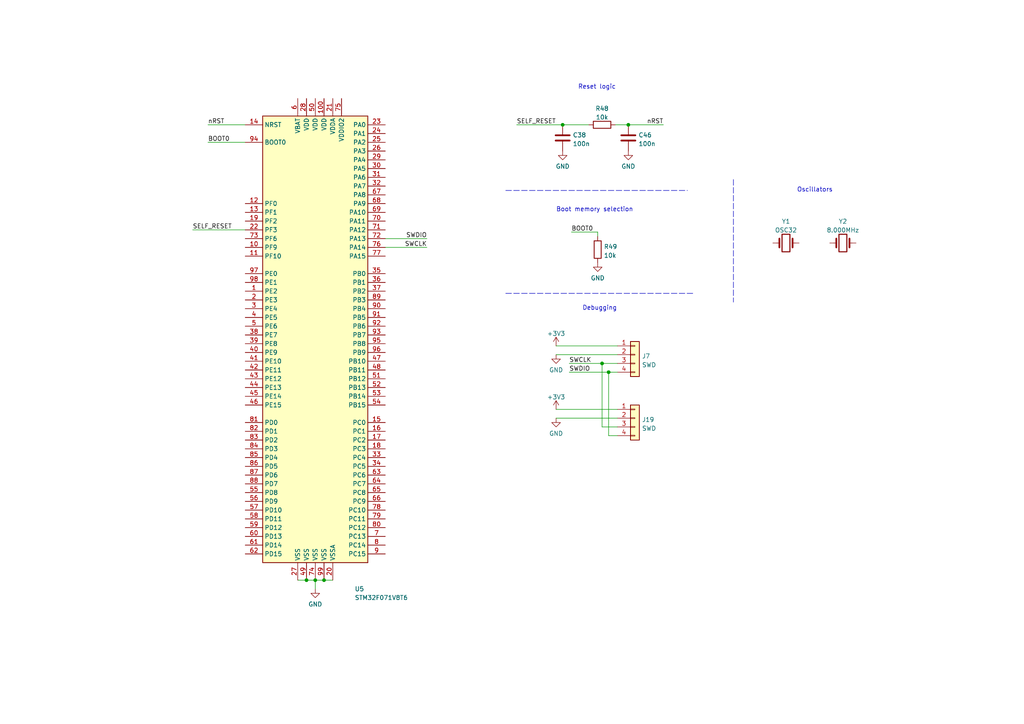
<source format=kicad_sch>
(kicad_sch (version 20211123) (generator eeschema)
  (paper "A4")
  (lib_symbols
    (symbol "Connector_Generic:Conn_01x04" (pin_names (offset 1.016) hide)
      (property "Reference" "J" (at 0 5.08 0))
      (property "Value" "Conn_01x04" (at 0 -7.62 0))
      (symbol "Conn_01x04_1_1"
        (rectangle (start -1.27 -4.953) (end 0 -5.207) (stroke (width 0.1524)))
        (rectangle (start -1.27 -2.413) (end 0 -2.667) (stroke (width 0.1524)))
        (rectangle (start -1.27 0.127) (end 0 -0.127) (stroke (width 0.1524)))
        (rectangle (start -1.27 2.667) (end 0 2.413) (stroke (width 0.1524)))
        (rectangle (start -1.27 3.81) (end 1.27 -6.35) (stroke (width 0.254)) (fill (type background)))
        (pin passive line (at -5.08 2.54 0) (length 3.81) (name "Pin_1") (number "1"))
        (pin passive line (at -5.08 0 0) (length 3.81) (name "Pin_2") (number "2"))
        (pin passive line (at -5.08 -2.54 0) (length 3.81) (name "Pin_3") (number "3"))
        (pin passive line (at -5.08 -5.08 0) (length 3.81) (name "Pin_4") (number "4"))
      )
    )
    (symbol "Device:C" (pin_numbers hide) (pin_names (offset 0.254))
      (property "Reference" "C" (at 0.635 2.54 0))
      (property "Value" "C" (at 0.635 -2.54 0))
      (symbol "C_0_1"
        (polyline (pts (xy -2.032 -0.762) (xy 2.032 -0.762)) (stroke (width 0.508)))
        (polyline (pts (xy -2.032 0.762) (xy 2.032 0.762)) (stroke (width 0.508)))
      )
      (symbol "C_1_1"
        (pin passive line (at 0 3.81 270) (length 2.794) (name "~") (number "1"))
        (pin passive line (at 0 -3.81 90) (length 2.794) (name "~") (number "2"))
      )
    )
    (symbol "Device:Crystal" (pin_numbers hide) (pin_names (offset 1.016) hide)
      (property "Reference" "Y" (at 0 3.81 0))
      (property "Value" "Crystal" (at 0 -3.81 0))
      (symbol "Crystal_0_1"
        (rectangle (start -1.143 2.54) (end 1.143 -2.54) (stroke (width 0.3048)))
        (polyline (pts (xy -2.54 0) (xy -1.905 0)))
        (polyline (pts (xy -1.905 -1.27) (xy -1.905 1.27)) (stroke (width 0.508)))
        (polyline (pts (xy 1.905 -1.27) (xy 1.905 1.27)) (stroke (width 0.508)))
        (polyline (pts (xy 2.54 0) (xy 1.905 0)))
      )
      (symbol "Crystal_1_1"
        (pin passive line (at -3.81 0 0) (length 1.27) (name "1") (number "1"))
        (pin passive line (at 3.81 0 180) (length 1.27) (name "2") (number "2"))
      )
    )
    (symbol "Device:R" (pin_numbers hide) (pin_names (offset 0))
      (property "Reference" "R" (at 2.032 0 90))
      (property "Value" "R" (at 0 0 90))
      (symbol "R_0_1"
        (rectangle (start -1.016 -2.54) (end 1.016 2.54) (stroke (width 0.254)))
      )
      (symbol "R_1_1"
        (pin passive line (at 0 3.81 270) (length 1.27) (name "~") (number "1"))
        (pin passive line (at 0 -3.81 90) (length 1.27) (name "~") (number "2"))
      )
    )
    (symbol "MCU_ST_STM32F0:STM32F071V8Tx"
      (property "Reference" "U" (at -15.24 64.77 0))
      (property "Value" "STM32F071V8Tx" (at 10.16 64.77 0))
      (symbol "STM32F071V8Tx_0_1"
        (rectangle (start -15.24 -66.04) (end 15.24 63.5) (stroke (width 0.254)) (fill (type background)))
      )
      (symbol "STM32F071V8Tx_1_1"
        (pin bidirectional line (at -20.32 12.7 0) (length 5.08) (name "PE2") (number "1"))
        (pin bidirectional line (at -20.32 25.4 0) (length 5.08) (name "PF9") (number "10"))
        (pin power_in line (at 2.54 68.58 270) (length 5.08) (name "VDD") (number "100"))
        (pin bidirectional line (at -20.32 22.86 0) (length 5.08) (name "PF10") (number "11"))
        (pin input line (at -20.32 38.1 0) (length 5.08) (name "PF0") (number "12"))
        (pin input line (at -20.32 35.56 0) (length 5.08) (name "PF1") (number "13"))
        (pin input line (at -20.32 60.96 0) (length 5.08) (name "NRST") (number "14"))
        (pin bidirectional line (at 20.32 -25.4 180) (length 5.08) (name "PC0") (number "15"))
        (pin bidirectional line (at 20.32 -27.94 180) (length 5.08) (name "PC1") (number "16"))
        (pin bidirectional line (at 20.32 -30.48 180) (length 5.08) (name "PC2") (number "17"))
        (pin bidirectional line (at 20.32 -33.02 180) (length 5.08) (name "PC3") (number "18"))
        (pin bidirectional line (at -20.32 33.02 0) (length 5.08) (name "PF2") (number "19"))
        (pin bidirectional line (at -20.32 10.16 0) (length 5.08) (name "PE3") (number "2"))
        (pin power_in line (at 5.08 -71.12 90) (length 5.08) (name "VSSA") (number "20"))
        (pin power_in line (at 5.08 68.58 270) (length 5.08) (name "VDDA") (number "21"))
        (pin bidirectional line (at -20.32 30.48 0) (length 5.08) (name "PF3") (number "22"))
        (pin bidirectional line (at 20.32 60.96 180) (length 5.08) (name "PA0") (number "23"))
        (pin bidirectional line (at 20.32 58.42 180) (length 5.08) (name "PA1") (number "24"))
        (pin bidirectional line (at 20.32 55.88 180) (length 5.08) (name "PA2") (number "25"))
        (pin bidirectional line (at 20.32 53.34 180) (length 5.08) (name "PA3") (number "26"))
        (pin power_in line (at -5.08 -71.12 90) (length 5.08) (name "VSS") (number "27"))
        (pin power_in line (at -2.54 68.58 270) (length 5.08) (name "VDD") (number "28"))
        (pin bidirectional line (at 20.32 50.8 180) (length 5.08) (name "PA4") (number "29"))
        (pin bidirectional line (at -20.32 7.62 0) (length 5.08) (name "PE4") (number "3"))
        (pin bidirectional line (at 20.32 48.26 180) (length 5.08) (name "PA5") (number "30"))
        (pin bidirectional line (at 20.32 45.72 180) (length 5.08) (name "PA6") (number "31"))
        (pin bidirectional line (at 20.32 43.18 180) (length 5.08) (name "PA7") (number "32"))
        (pin bidirectional line (at 20.32 -35.56 180) (length 5.08) (name "PC4") (number "33"))
        (pin bidirectional line (at 20.32 -38.1 180) (length 5.08) (name "PC5") (number "34"))
        (pin bidirectional line (at 20.32 17.78 180) (length 5.08) (name "PB0") (number "35"))
        (pin bidirectional line (at 20.32 15.24 180) (length 5.08) (name "PB1") (number "36"))
        (pin bidirectional line (at 20.32 12.7 180) (length 5.08) (name "PB2") (number "37"))
        (pin bidirectional line (at -20.32 0 0) (length 5.08) (name "PE7") (number "38"))
        (pin bidirectional line (at -20.32 -2.54 0) (length 5.08) (name "PE8") (number "39"))
        (pin bidirectional line (at -20.32 5.08 0) (length 5.08) (name "PE5") (number "4"))
        (pin bidirectional line (at -20.32 -5.08 0) (length 5.08) (name "PE9") (number "40"))
        (pin bidirectional line (at -20.32 -7.62 0) (length 5.08) (name "PE10") (number "41"))
        (pin bidirectional line (at -20.32 -10.16 0) (length 5.08) (name "PE11") (number "42"))
        (pin bidirectional line (at -20.32 -12.7 0) (length 5.08) (name "PE12") (number "43"))
        (pin bidirectional line (at -20.32 -15.24 0) (length 5.08) (name "PE13") (number "44"))
        (pin bidirectional line (at -20.32 -17.78 0) (length 5.08) (name "PE14") (number "45"))
        (pin bidirectional line (at -20.32 -20.32 0) (length 5.08) (name "PE15") (number "46"))
        (pin bidirectional line (at 20.32 -7.62 180) (length 5.08) (name "PB10") (number "47"))
        (pin bidirectional line (at 20.32 -10.16 180) (length 5.08) (name "PB11") (number "48"))
        (pin power_in line (at -2.54 -71.12 90) (length 5.08) (name "VSS") (number "49"))
        (pin bidirectional line (at -20.32 2.54 0) (length 5.08) (name "PE6") (number "5"))
        (pin power_in line (at 0 68.58 270) (length 5.08) (name "VDD") (number "50"))
        (pin bidirectional line (at 20.32 -12.7 180) (length 5.08) (name "PB12") (number "51"))
        (pin bidirectional line (at 20.32 -15.24 180) (length 5.08) (name "PB13") (number "52"))
        (pin bidirectional line (at 20.32 -17.78 180) (length 5.08) (name "PB14") (number "53"))
        (pin bidirectional line (at 20.32 -20.32 180) (length 5.08) (name "PB15") (number "54"))
        (pin bidirectional line (at -20.32 -45.72 0) (length 5.08) (name "PD8") (number "55"))
        (pin bidirectional line (at -20.32 -48.26 0) (length 5.08) (name "PD9") (number "56"))
        (pin bidirectional line (at -20.32 -50.8 0) (length 5.08) (name "PD10") (number "57"))
        (pin bidirectional line (at -20.32 -53.34 0) (length 5.08) (name "PD11") (number "58"))
        (pin bidirectional line (at -20.32 -55.88 0) (length 5.08) (name "PD12") (number "59"))
        (pin power_in line (at -5.08 68.58 270) (length 5.08) (name "VBAT") (number "6"))
        (pin bidirectional line (at -20.32 -58.42 0) (length 5.08) (name "PD13") (number "60"))
        (pin bidirectional line (at -20.32 -60.96 0) (length 5.08) (name "PD14") (number "61"))
        (pin bidirectional line (at -20.32 -63.5 0) (length 5.08) (name "PD15") (number "62"))
        (pin bidirectional line (at 20.32 -40.64 180) (length 5.08) (name "PC6") (number "63"))
        (pin bidirectional line (at 20.32 -43.18 180) (length 5.08) (name "PC7") (number "64"))
        (pin bidirectional line (at 20.32 -45.72 180) (length 5.08) (name "PC8") (number "65"))
        (pin bidirectional line (at 20.32 -48.26 180) (length 5.08) (name "PC9") (number "66"))
        (pin bidirectional line (at 20.32 40.64 180) (length 5.08) (name "PA8") (number "67"))
        (pin bidirectional line (at 20.32 38.1 180) (length 5.08) (name "PA9") (number "68"))
        (pin bidirectional line (at 20.32 35.56 180) (length 5.08) (name "PA10") (number "69"))
        (pin bidirectional line (at 20.32 -58.42 180) (length 5.08) (name "PC13") (number "7"))
        (pin bidirectional line (at 20.32 33.02 180) (length 5.08) (name "PA11") (number "70"))
        (pin bidirectional line (at 20.32 30.48 180) (length 5.08) (name "PA12") (number "71"))
        (pin bidirectional line (at 20.32 27.94 180) (length 5.08) (name "PA13") (number "72"))
        (pin bidirectional line (at -20.32 27.94 0) (length 5.08) (name "PF6") (number "73"))
        (pin power_in line (at 0 -71.12 90) (length 5.08) (name "VSS") (number "74"))
        (pin power_in line (at 7.62 68.58 270) (length 5.08) (name "VDDIO2") (number "75"))
        (pin bidirectional line (at 20.32 25.4 180) (length 5.08) (name "PA14") (number "76"))
        (pin bidirectional line (at 20.32 22.86 180) (length 5.08) (name "PA15") (number "77"))
        (pin bidirectional line (at 20.32 -50.8 180) (length 5.08) (name "PC10") (number "78"))
        (pin bidirectional line (at 20.32 -53.34 180) (length 5.08) (name "PC11") (number "79"))
        (pin bidirectional line (at 20.32 -60.96 180) (length 5.08) (name "PC14") (number "8"))
        (pin bidirectional line (at 20.32 -55.88 180) (length 5.08) (name "PC12") (number "80"))
        (pin bidirectional line (at -20.32 -25.4 0) (length 5.08) (name "PD0") (number "81"))
        (pin bidirectional line (at -20.32 -27.94 0) (length 5.08) (name "PD1") (number "82"))
        (pin bidirectional line (at -20.32 -30.48 0) (length 5.08) (name "PD2") (number "83"))
        (pin bidirectional line (at -20.32 -33.02 0) (length 5.08) (name "PD3") (number "84"))
        (pin bidirectional line (at -20.32 -35.56 0) (length 5.08) (name "PD4") (number "85"))
        (pin bidirectional line (at -20.32 -38.1 0) (length 5.08) (name "PD5") (number "86"))
        (pin bidirectional line (at -20.32 -40.64 0) (length 5.08) (name "PD6") (number "87"))
        (pin bidirectional line (at -20.32 -43.18 0) (length 5.08) (name "PD7") (number "88"))
        (pin bidirectional line (at 20.32 10.16 180) (length 5.08) (name "PB3") (number "89"))
        (pin bidirectional line (at 20.32 -63.5 180) (length 5.08) (name "PC15") (number "9"))
        (pin bidirectional line (at 20.32 7.62 180) (length 5.08) (name "PB4") (number "90"))
        (pin bidirectional line (at 20.32 5.08 180) (length 5.08) (name "PB5") (number "91"))
        (pin bidirectional line (at 20.32 2.54 180) (length 5.08) (name "PB6") (number "92"))
        (pin bidirectional line (at 20.32 0 180) (length 5.08) (name "PB7") (number "93"))
        (pin input line (at -20.32 55.88 0) (length 5.08) (name "BOOT0") (number "94"))
        (pin bidirectional line (at 20.32 -2.54 180) (length 5.08) (name "PB8") (number "95"))
        (pin bidirectional line (at 20.32 -5.08 180) (length 5.08) (name "PB9") (number "96"))
        (pin bidirectional line (at -20.32 17.78 0) (length 5.08) (name "PE0") (number "97"))
        (pin bidirectional line (at -20.32 15.24 0) (length 5.08) (name "PE1") (number "98"))
        (pin power_in line (at 2.54 -71.12 90) (length 5.08) (name "VSS") (number "99"))
      )
    )
    (symbol "power:+3V3" (power) (pin_names (offset 0))
      (property "Value" "+3V3" (at 0 3.556 0))
      (symbol "+3V3_0_1"
        (polyline (pts (xy -0.762 1.27) (xy 0 2.54)))
        (polyline (pts (xy 0 0) (xy 0 2.54)))
        (polyline (pts (xy 0 2.54) (xy 0.762 1.27)))
      )
      (symbol "+3V3_1_1"
        (pin power_in line (at 0 0 90) (length 0) hide (name "+3V3") (number "1"))
      )
    )
    (symbol "power:GND" (power) (pin_names (offset 0))
      (property "Value" "GND" (at 0 -3.81 0))
      (symbol "GND_0_1"
        (polyline (pts (xy 0 0) (xy 0 -1.27) (xy 1.27 -1.27) (xy 0 -2.54) (xy -1.27 -1.27) (xy 0 -1.27)))
      )
      (symbol "GND_1_1"
        (pin power_in line (at 0 0 270) (length 0) hide (name "GND") (number "1"))
      )
    )
  )
  (junction (at 163.195 36.195))
  (junction (at 88.9 168.275))
  (junction (at 93.98 168.275))
  (junction (at 174.625 105.41))
  (junction (at 182.245 36.195))
  (junction (at 176.53 107.95))
  (junction (at 91.44 168.275))
  (wire (pts (xy 86.36 168.275) (xy 88.9 168.275)))
  (wire (pts (xy 179.07 123.825) (xy 174.625 123.825)))
  (wire (pts (xy 179.07 126.365) (xy 176.53 126.365)))
  (wire (pts (xy 88.9 168.275) (xy 91.44 168.275)))
  (polyline (pts (xy 146.685 85.09) (xy 201.295 85.09)))
  (wire (pts (xy 55.88 66.675) (xy 71.12 66.675)))
  (wire (pts (xy 176.53 126.365) (xy 176.53 107.95)))
  (wire (pts (xy 163.195 36.195) (xy 170.815 36.195)))
  (wire (pts (xy 161.29 118.745) (xy 179.07 118.745)))
  (wire (pts (xy 60.325 41.275) (xy 71.12 41.275)))
  (wire (pts (xy 149.86 36.195) (xy 163.195 36.195)))
  (wire (pts (xy 174.625 123.825) (xy 174.625 105.41)))
  (wire (pts (xy 161.29 100.33) (xy 179.07 100.33)))
  (wire (pts (xy 111.76 71.755) (xy 123.825 71.755)))
  (wire (pts (xy 91.44 168.275) (xy 93.98 168.275)))
  (wire (pts (xy 91.44 168.275) (xy 91.44 170.815)))
  (wire (pts (xy 178.435 36.195) (xy 182.245 36.195)))
  (wire (pts (xy 165.1 107.95) (xy 176.53 107.95)))
  (wire (pts (xy 93.98 168.275) (xy 96.52 168.275)))
  (wire (pts (xy 165.1 105.41) (xy 174.625 105.41)))
  (polyline (pts (xy 212.725 52.07) (xy 212.725 87.63)))
  (wire (pts (xy 176.53 107.95) (xy 179.07 107.95)))
  (polyline (pts (xy 146.685 55.245) (xy 199.39 55.245)))
  (wire (pts (xy 60.325 36.195) (xy 71.12 36.195)))
  (wire (pts (xy 173.355 67.31) (xy 173.355 68.58)))
  (wire (pts (xy 182.245 36.195) (xy 192.405 36.195)))
  (wire (pts (xy 161.29 102.87) (xy 179.07 102.87)))
  (wire (pts (xy 174.625 105.41) (xy 179.07 105.41)))
  (wire (pts (xy 165.735 67.31) (xy 173.355 67.31)))
  (wire (pts (xy 161.29 121.285) (xy 179.07 121.285)))
  (wire (pts (xy 111.76 69.215) (xy 123.825 69.215)))
  (text "Boot memory selection" (at 161.29 61.595 0) (effects (font (size 1.27 1.27)) (justify left bottom)))
  (text "Debugging" (at 168.91 90.17 0) (effects (font (size 1.27 1.27)) (justify left bottom)))
  (text "Oscillators" (at 231.14 55.88 0) (effects (font (size 1.27 1.27)) (justify left bottom)))
  (text "Reset logic" (at 167.64 26.035 0) (effects (font (size 1.27 1.27)) (justify left bottom)))
  (label "BOOT0" (at 60.325 41.275 0))
  (label "SWCLK" (at 165.1 105.41 0))
  (label "SWDIO" (at 123.825 69.215 180))
  (label "BOOT0" (at 165.735 67.31 0))
  (label "SWCLK" (at 123.825 71.755 180))
  (label "SELF_RESET" (at 55.88 66.675 0))
  (label "SELF_RESET" (at 149.86 36.195 0))
  (label "nRST" (at 192.405 36.195 180))
  (label "SWDIO" (at 165.1 107.95 0))
  (label "nRST" (at 60.325 36.195 0))
  (symbol (lib_id "power:GND") (at 91.44 170.815 0) (unit 1)
    (property "Reference" "#PWR?" (effects hide))
    (property "Value" "GND" (at 91.44 175.2584 0))
  )
  (symbol (lib_id "power:GND") (at 182.245 43.815 0) (unit 1)
    (property "Reference" "#PWR?" (effects hide))
    (property "Value" "GND" (at 182.245 48.2584 0))
  )
  (symbol (lib_id "power:+3V3") (at 161.29 100.33 0) (unit 1)
    (property "Reference" "#PWR?" (effects hide))
    (property "Value" "+3V3" (at 161.29 96.7542 0))
  )
  (symbol (lib_id "Device:Crystal") (at 244.475 70.485 0) (unit 1)
    (property "Reference" "Y2" (at 244.475 64.2198 0))
    (property "Value" "8.000MHz" (at 244.475 66.7567 0))
  )
  (symbol (lib_id "Device:C") (at 163.195 40.005 180) (unit 1)
    (property "Reference" "C38" (at 166.116 39.1703 0) (effects (justify right)))
    (property "Value" "100n " (at 166.116 41.7072 0) (effects (justify right)))
    (property "Footprint" "Capacitor_SMD:C_0805_2012Metric_Pad1.18x1.45mm_HandSolder" (effects hide))
  )
  (symbol (lib_id "Device:R") (at 174.625 36.195 90) (unit 1)
    (property "Reference" "R48" (at 174.625 31.4792 90))
    (property "Value" "10k" (at 174.625 34.0161 90))
    (property "Footprint" "Resistor_SMD:R_0805_2012Metric_Pad1.20x1.40mm_HandSolder" (effects hide))
  )
  (symbol (lib_id "power:GND") (at 173.355 76.2 0) (unit 1)
    (property "Reference" "#PWR?" (effects hide))
    (property "Value" "GND" (at 173.355 80.6434 0))
  )
  (symbol (lib_id "power:GND") (at 163.195 43.815 0) (unit 1)
    (property "Reference" "#PWR?" (effects hide))
    (property "Value" "GND" (at 163.195 48.2584 0))
  )
  (symbol (lib_id "Connector_Generic:Conn_01x04") (at 184.15 121.285 0) (unit 1)
    (property "Reference" "J19" (at 186.182 121.7203 0) (effects (justify left)))
    (property "Value" "SWD" (at 186.182 124.2572 0) (effects (justify left)))
  )
  (symbol (lib_id "Device:C") (at 182.245 40.005 0) (unit 1)
    (property "Reference" "C46" (at 185.166 39.1703 0) (effects (justify left)))
    (property "Value" "100n" (at 185.166 41.7072 0) (effects (justify left)))
    (property "Footprint" "Capacitor_SMD:C_0805_2012Metric_Pad1.18x1.45mm_HandSolder" (effects hide))
  )
  (symbol (lib_id "Device:Crystal") (at 227.965 70.485 0) (unit 1)
    (property "Reference" "Y1" (at 227.965 64.2198 0))
    (property "Value" "OSC32" (at 227.965 66.7567 0))
  )
  (symbol (lib_id "Device:R") (at 173.355 72.39 180) (unit 1)
    (property "Reference" "R49" (at 175.133 71.5553 0) (effects (justify right)))
    (property "Value" "10k" (at 175.133 74.0922 0) (effects (justify right)))
    (property "Footprint" "Resistor_SMD:R_0805_2012Metric_Pad1.20x1.40mm_HandSolder" (effects hide))
  )
  (symbol (lib_id "MCU_ST_STM32F0:STM32F071V8Tx") (at 91.44 97.155 0) (unit 1)
    (property "Reference" "U5" (at 102.87 170.815 0) (effects (justify left)))
    (property "Value" "STM32F071V8T6" (at 102.87 173.355 0) (effects (justify left)))
    (property "Footprint" "Package_QFP:LQFP-100_14x14mm_P0.5mm" (effects hide))
    (property "Datasheet" "http://www.st.com/st-web-ui/static/active/en/resource/technical/document/datasheet/DM00098745.pdf" (effects hide))
  )
  (symbol (lib_id "power:GND") (at 161.29 121.285 0) (unit 1)
    (property "Reference" "#PWR?" (effects hide))
    (property "Value" "GND" (at 161.29 125.7284 0))
  )
  (symbol (lib_id "Connector_Generic:Conn_01x04") (at 184.15 102.87 0) (unit 1)
    (property "Reference" "J7" (at 186.182 103.3053 0) (effects (justify left)))
    (property "Value" "SWD" (at 186.182 105.8422 0) (effects (justify left)))
  )
  (symbol (lib_id "power:+3V3") (at 161.29 118.745 0) (unit 1)
    (property "Reference" "#PWR?" (effects hide))
    (property "Value" "+3V3" (at 161.29 115.1692 0))
  )
  (symbol (lib_id "power:GND") (at 161.29 102.87 0) (unit 1)
    (property "Reference" "#PWR?" (effects hide))
    (property "Value" "GND" (at 161.29 107.3134 0))
  )
)
</source>
